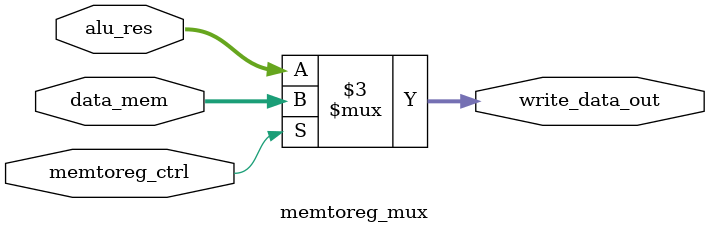
<source format=v>
`timescale 1ns / 1ps
module memtoreg_mux(
    input [31:0] alu_res,
    input [31:0] data_mem,
    input memtoreg_ctrl,
    output reg [31:0] write_data_out
    );

always @(alu_res,data_mem,memtoreg_ctrl) begin
	if (memtoreg_ctrl) write_data_out = data_mem;
	else write_data_out = alu_res;
	end
endmodule

</source>
